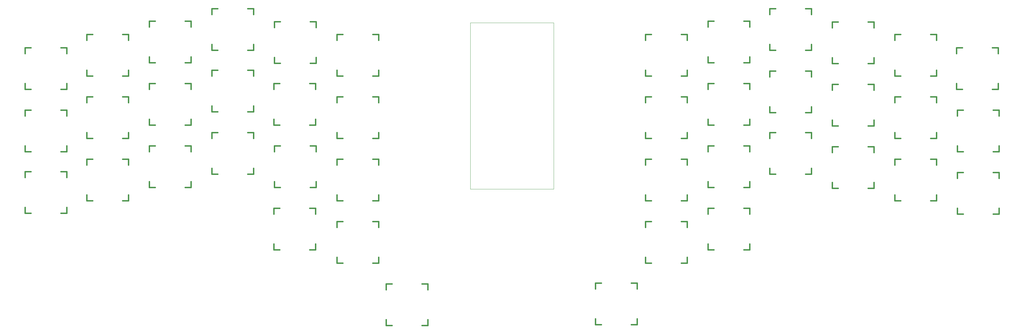
<source format=gbo>
G04 #@! TF.GenerationSoftware,KiCad,Pcbnew,5.1.2*
G04 #@! TF.CreationDate,2019-06-08T15:08:02+02:00*
G04 #@! TF.ProjectId,pcb,7063622e-6b69-4636-9164-5f7063625858,rev?*
G04 #@! TF.SameCoordinates,Original*
G04 #@! TF.FileFunction,Legend,Bot*
G04 #@! TF.FilePolarity,Positive*
%FSLAX46Y46*%
G04 Gerber Fmt 4.6, Leading zero omitted, Abs format (unit mm)*
G04 Created by KiCad (PCBNEW 5.1.2) date 2019-06-08 15:08:02*
%MOMM*%
%LPD*%
G04 APERTURE LIST*
%ADD10C,0.120000*%
%ADD11C,0.381000*%
G04 APERTURE END LIST*
D10*
X148590000Y-111760000D02*
X148590000Y-60960000D01*
X173990000Y-111760000D02*
X148590000Y-111760000D01*
X173990000Y-60960000D02*
X173990000Y-111760000D01*
X148590000Y-60960000D02*
X173990000Y-60960000D01*
D11*
X214630000Y-66294000D02*
X214630000Y-64516000D01*
X214630000Y-77216000D02*
X214630000Y-75438000D01*
X212852000Y-77216000D02*
X214630000Y-77216000D01*
X201930000Y-77216000D02*
X203708000Y-77216000D01*
X201930000Y-75438000D02*
X201930000Y-77216000D01*
X201930000Y-64516000D02*
X201930000Y-66294000D01*
X203708000Y-64516000D02*
X201930000Y-64516000D01*
X214630000Y-64516000D02*
X212852000Y-64516000D01*
X309626000Y-108458000D02*
X309626000Y-106680000D01*
X309626000Y-119380000D02*
X309626000Y-117602000D01*
X307848000Y-119380000D02*
X309626000Y-119380000D01*
X296926000Y-119380000D02*
X298704000Y-119380000D01*
X296926000Y-117602000D02*
X296926000Y-119380000D01*
X296926000Y-106680000D02*
X296926000Y-108458000D01*
X298704000Y-106680000D02*
X296926000Y-106680000D01*
X309626000Y-106680000D02*
X307848000Y-106680000D01*
X135636000Y-142494000D02*
X135636000Y-140716000D01*
X135636000Y-153416000D02*
X135636000Y-151638000D01*
X133858000Y-153416000D02*
X135636000Y-153416000D01*
X122936000Y-153416000D02*
X124714000Y-153416000D01*
X122936000Y-151638000D02*
X122936000Y-153416000D01*
X122936000Y-140716000D02*
X122936000Y-142494000D01*
X124714000Y-140716000D02*
X122936000Y-140716000D01*
X135636000Y-140716000D02*
X133858000Y-140716000D01*
X309372000Y-70358000D02*
X309372000Y-68580000D01*
X309372000Y-81280000D02*
X309372000Y-79502000D01*
X307594000Y-81280000D02*
X309372000Y-81280000D01*
X296672000Y-81280000D02*
X298450000Y-81280000D01*
X296672000Y-79502000D02*
X296672000Y-81280000D01*
X296672000Y-68580000D02*
X296672000Y-70358000D01*
X298450000Y-68580000D02*
X296672000Y-68580000D01*
X309372000Y-68580000D02*
X307594000Y-68580000D01*
X290576000Y-66294000D02*
X290576000Y-64516000D01*
X290576000Y-77216000D02*
X290576000Y-75438000D01*
X288798000Y-77216000D02*
X290576000Y-77216000D01*
X277876000Y-77216000D02*
X279654000Y-77216000D01*
X277876000Y-75438000D02*
X277876000Y-77216000D01*
X277876000Y-64516000D02*
X277876000Y-66294000D01*
X279654000Y-64516000D02*
X277876000Y-64516000D01*
X290576000Y-64516000D02*
X288798000Y-64516000D01*
X271526000Y-62484000D02*
X271526000Y-60706000D01*
X271526000Y-73406000D02*
X271526000Y-71628000D01*
X269748000Y-73406000D02*
X271526000Y-73406000D01*
X258826000Y-73406000D02*
X260604000Y-73406000D01*
X258826000Y-71628000D02*
X258826000Y-73406000D01*
X258826000Y-60706000D02*
X258826000Y-62484000D01*
X260604000Y-60706000D02*
X258826000Y-60706000D01*
X271526000Y-60706000D02*
X269748000Y-60706000D01*
X252476000Y-58420000D02*
X252476000Y-56642000D01*
X252476000Y-69342000D02*
X252476000Y-67564000D01*
X250698000Y-69342000D02*
X252476000Y-69342000D01*
X239776000Y-69342000D02*
X241554000Y-69342000D01*
X239776000Y-67564000D02*
X239776000Y-69342000D01*
X239776000Y-56642000D02*
X239776000Y-58420000D01*
X241554000Y-56642000D02*
X239776000Y-56642000D01*
X252476000Y-56642000D02*
X250698000Y-56642000D01*
X233680000Y-62230000D02*
X233680000Y-60452000D01*
X233680000Y-73152000D02*
X233680000Y-71374000D01*
X231902000Y-73152000D02*
X233680000Y-73152000D01*
X220980000Y-73152000D02*
X222758000Y-73152000D01*
X220980000Y-71374000D02*
X220980000Y-73152000D01*
X220980000Y-60452000D02*
X220980000Y-62230000D01*
X222758000Y-60452000D02*
X220980000Y-60452000D01*
X233680000Y-60452000D02*
X231902000Y-60452000D01*
X120650000Y-66294000D02*
X120650000Y-64516000D01*
X120650000Y-77216000D02*
X120650000Y-75438000D01*
X118872000Y-77216000D02*
X120650000Y-77216000D01*
X107950000Y-77216000D02*
X109728000Y-77216000D01*
X107950000Y-75438000D02*
X107950000Y-77216000D01*
X107950000Y-64516000D02*
X107950000Y-66294000D01*
X109728000Y-64516000D02*
X107950000Y-64516000D01*
X120650000Y-64516000D02*
X118872000Y-64516000D01*
X101600000Y-62357000D02*
X101600000Y-60579000D01*
X101600000Y-73279000D02*
X101600000Y-71501000D01*
X99822000Y-73279000D02*
X101600000Y-73279000D01*
X88900000Y-73279000D02*
X90678000Y-73279000D01*
X88900000Y-71501000D02*
X88900000Y-73279000D01*
X88900000Y-60579000D02*
X88900000Y-62357000D01*
X90678000Y-60579000D02*
X88900000Y-60579000D01*
X101600000Y-60579000D02*
X99822000Y-60579000D01*
X82550000Y-58420000D02*
X82550000Y-56642000D01*
X82550000Y-69342000D02*
X82550000Y-67564000D01*
X80772000Y-69342000D02*
X82550000Y-69342000D01*
X69850000Y-69342000D02*
X71628000Y-69342000D01*
X69850000Y-67564000D02*
X69850000Y-69342000D01*
X69850000Y-56642000D02*
X69850000Y-58420000D01*
X71628000Y-56642000D02*
X69850000Y-56642000D01*
X82550000Y-56642000D02*
X80772000Y-56642000D01*
X63500000Y-62230000D02*
X63500000Y-60452000D01*
X63500000Y-73152000D02*
X63500000Y-71374000D01*
X61722000Y-73152000D02*
X63500000Y-73152000D01*
X50800000Y-73152000D02*
X52578000Y-73152000D01*
X50800000Y-71374000D02*
X50800000Y-73152000D01*
X50800000Y-60452000D02*
X50800000Y-62230000D01*
X52578000Y-60452000D02*
X50800000Y-60452000D01*
X63500000Y-60452000D02*
X61722000Y-60452000D01*
X309626000Y-89408000D02*
X309626000Y-87630000D01*
X309626000Y-100330000D02*
X309626000Y-98552000D01*
X307848000Y-100330000D02*
X309626000Y-100330000D01*
X296926000Y-100330000D02*
X298704000Y-100330000D01*
X296926000Y-98552000D02*
X296926000Y-100330000D01*
X296926000Y-87630000D02*
X296926000Y-89408000D01*
X298704000Y-87630000D02*
X296926000Y-87630000D01*
X309626000Y-87630000D02*
X307848000Y-87630000D01*
X290576000Y-85344000D02*
X290576000Y-83566000D01*
X290576000Y-96266000D02*
X290576000Y-94488000D01*
X288798000Y-96266000D02*
X290576000Y-96266000D01*
X277876000Y-96266000D02*
X279654000Y-96266000D01*
X277876000Y-94488000D02*
X277876000Y-96266000D01*
X277876000Y-83566000D02*
X277876000Y-85344000D01*
X279654000Y-83566000D02*
X277876000Y-83566000D01*
X290576000Y-83566000D02*
X288798000Y-83566000D01*
X271526000Y-81534000D02*
X271526000Y-79756000D01*
X271526000Y-92456000D02*
X271526000Y-90678000D01*
X269748000Y-92456000D02*
X271526000Y-92456000D01*
X258826000Y-92456000D02*
X260604000Y-92456000D01*
X258826000Y-90678000D02*
X258826000Y-92456000D01*
X258826000Y-79756000D02*
X258826000Y-81534000D01*
X260604000Y-79756000D02*
X258826000Y-79756000D01*
X271526000Y-79756000D02*
X269748000Y-79756000D01*
X252476000Y-77470000D02*
X252476000Y-75692000D01*
X252476000Y-88392000D02*
X252476000Y-86614000D01*
X250698000Y-88392000D02*
X252476000Y-88392000D01*
X239776000Y-88392000D02*
X241554000Y-88392000D01*
X239776000Y-86614000D02*
X239776000Y-88392000D01*
X239776000Y-75692000D02*
X239776000Y-77470000D01*
X241554000Y-75692000D02*
X239776000Y-75692000D01*
X252476000Y-75692000D02*
X250698000Y-75692000D01*
X233680000Y-81280000D02*
X233680000Y-79502000D01*
X233680000Y-92202000D02*
X233680000Y-90424000D01*
X231902000Y-92202000D02*
X233680000Y-92202000D01*
X220980000Y-92202000D02*
X222758000Y-92202000D01*
X220980000Y-90424000D02*
X220980000Y-92202000D01*
X220980000Y-79502000D02*
X220980000Y-81280000D01*
X222758000Y-79502000D02*
X220980000Y-79502000D01*
X233680000Y-79502000D02*
X231902000Y-79502000D01*
X214630000Y-85344000D02*
X214630000Y-83566000D01*
X214630000Y-96266000D02*
X214630000Y-94488000D01*
X212852000Y-96266000D02*
X214630000Y-96266000D01*
X201930000Y-96266000D02*
X203708000Y-96266000D01*
X201930000Y-94488000D02*
X201930000Y-96266000D01*
X201930000Y-83566000D02*
X201930000Y-85344000D01*
X203708000Y-83566000D02*
X201930000Y-83566000D01*
X214630000Y-83566000D02*
X212852000Y-83566000D01*
X120650000Y-85344000D02*
X120650000Y-83566000D01*
X120650000Y-96266000D02*
X120650000Y-94488000D01*
X118872000Y-96266000D02*
X120650000Y-96266000D01*
X107950000Y-96266000D02*
X109728000Y-96266000D01*
X107950000Y-94488000D02*
X107950000Y-96266000D01*
X107950000Y-83566000D02*
X107950000Y-85344000D01*
X109728000Y-83566000D02*
X107950000Y-83566000D01*
X120650000Y-83566000D02*
X118872000Y-83566000D01*
X101473000Y-81280000D02*
X101473000Y-79502000D01*
X101473000Y-92202000D02*
X101473000Y-90424000D01*
X99695000Y-92202000D02*
X101473000Y-92202000D01*
X88773000Y-92202000D02*
X90551000Y-92202000D01*
X88773000Y-90424000D02*
X88773000Y-92202000D01*
X88773000Y-79502000D02*
X88773000Y-81280000D01*
X90551000Y-79502000D02*
X88773000Y-79502000D01*
X101473000Y-79502000D02*
X99695000Y-79502000D01*
X82550000Y-77216000D02*
X82550000Y-75438000D01*
X82550000Y-88138000D02*
X82550000Y-86360000D01*
X80772000Y-88138000D02*
X82550000Y-88138000D01*
X69850000Y-88138000D02*
X71628000Y-88138000D01*
X69850000Y-86360000D02*
X69850000Y-88138000D01*
X69850000Y-75438000D02*
X69850000Y-77216000D01*
X71628000Y-75438000D02*
X69850000Y-75438000D01*
X82550000Y-75438000D02*
X80772000Y-75438000D01*
X63500000Y-81280000D02*
X63500000Y-79502000D01*
X63500000Y-92202000D02*
X63500000Y-90424000D01*
X61722000Y-92202000D02*
X63500000Y-92202000D01*
X50800000Y-92202000D02*
X52578000Y-92202000D01*
X50800000Y-90424000D02*
X50800000Y-92202000D01*
X50800000Y-79502000D02*
X50800000Y-81280000D01*
X52578000Y-79502000D02*
X50800000Y-79502000D01*
X63500000Y-79502000D02*
X61722000Y-79502000D01*
X290576000Y-104394000D02*
X290576000Y-102616000D01*
X290576000Y-115316000D02*
X290576000Y-113538000D01*
X288798000Y-115316000D02*
X290576000Y-115316000D01*
X277876000Y-115316000D02*
X279654000Y-115316000D01*
X277876000Y-113538000D02*
X277876000Y-115316000D01*
X277876000Y-102616000D02*
X277876000Y-104394000D01*
X279654000Y-102616000D02*
X277876000Y-102616000D01*
X290576000Y-102616000D02*
X288798000Y-102616000D01*
X271526000Y-100584000D02*
X271526000Y-98806000D01*
X271526000Y-111506000D02*
X271526000Y-109728000D01*
X269748000Y-111506000D02*
X271526000Y-111506000D01*
X258826000Y-111506000D02*
X260604000Y-111506000D01*
X258826000Y-109728000D02*
X258826000Y-111506000D01*
X258826000Y-98806000D02*
X258826000Y-100584000D01*
X260604000Y-98806000D02*
X258826000Y-98806000D01*
X271526000Y-98806000D02*
X269748000Y-98806000D01*
X252476000Y-96266000D02*
X252476000Y-94488000D01*
X252476000Y-107188000D02*
X252476000Y-105410000D01*
X250698000Y-107188000D02*
X252476000Y-107188000D01*
X239776000Y-107188000D02*
X241554000Y-107188000D01*
X239776000Y-105410000D02*
X239776000Y-107188000D01*
X239776000Y-94488000D02*
X239776000Y-96266000D01*
X241554000Y-94488000D02*
X239776000Y-94488000D01*
X252476000Y-94488000D02*
X250698000Y-94488000D01*
X233680000Y-100330000D02*
X233680000Y-98552000D01*
X233680000Y-111252000D02*
X233680000Y-109474000D01*
X231902000Y-111252000D02*
X233680000Y-111252000D01*
X220980000Y-111252000D02*
X222758000Y-111252000D01*
X220980000Y-109474000D02*
X220980000Y-111252000D01*
X220980000Y-98552000D02*
X220980000Y-100330000D01*
X222758000Y-98552000D02*
X220980000Y-98552000D01*
X233680000Y-98552000D02*
X231902000Y-98552000D01*
X214630000Y-104394000D02*
X214630000Y-102616000D01*
X214630000Y-115316000D02*
X214630000Y-113538000D01*
X212852000Y-115316000D02*
X214630000Y-115316000D01*
X201930000Y-115316000D02*
X203708000Y-115316000D01*
X201930000Y-113538000D02*
X201930000Y-115316000D01*
X201930000Y-102616000D02*
X201930000Y-104394000D01*
X203708000Y-102616000D02*
X201930000Y-102616000D01*
X214630000Y-102616000D02*
X212852000Y-102616000D01*
X120650000Y-104394000D02*
X120650000Y-102616000D01*
X120650000Y-115316000D02*
X120650000Y-113538000D01*
X118872000Y-115316000D02*
X120650000Y-115316000D01*
X107950000Y-115316000D02*
X109728000Y-115316000D01*
X107950000Y-113538000D02*
X107950000Y-115316000D01*
X107950000Y-102616000D02*
X107950000Y-104394000D01*
X109728000Y-102616000D02*
X107950000Y-102616000D01*
X120650000Y-102616000D02*
X118872000Y-102616000D01*
X101600000Y-100330000D02*
X101600000Y-98552000D01*
X101600000Y-111252000D02*
X101600000Y-109474000D01*
X99822000Y-111252000D02*
X101600000Y-111252000D01*
X88900000Y-111252000D02*
X90678000Y-111252000D01*
X88900000Y-109474000D02*
X88900000Y-111252000D01*
X88900000Y-98552000D02*
X88900000Y-100330000D01*
X90678000Y-98552000D02*
X88900000Y-98552000D01*
X101600000Y-98552000D02*
X99822000Y-98552000D01*
X82550000Y-96266000D02*
X82550000Y-94488000D01*
X82550000Y-107188000D02*
X82550000Y-105410000D01*
X80772000Y-107188000D02*
X82550000Y-107188000D01*
X69850000Y-107188000D02*
X71628000Y-107188000D01*
X69850000Y-105410000D02*
X69850000Y-107188000D01*
X69850000Y-94488000D02*
X69850000Y-96266000D01*
X71628000Y-94488000D02*
X69850000Y-94488000D01*
X82550000Y-94488000D02*
X80772000Y-94488000D01*
X63500000Y-100330000D02*
X63500000Y-98552000D01*
X63500000Y-111252000D02*
X63500000Y-109474000D01*
X61722000Y-111252000D02*
X63500000Y-111252000D01*
X50800000Y-111252000D02*
X52578000Y-111252000D01*
X50800000Y-109474000D02*
X50800000Y-111252000D01*
X50800000Y-98552000D02*
X50800000Y-100330000D01*
X52578000Y-98552000D02*
X50800000Y-98552000D01*
X63500000Y-98552000D02*
X61722000Y-98552000D01*
X233680000Y-119380000D02*
X233680000Y-117602000D01*
X233680000Y-130302000D02*
X233680000Y-128524000D01*
X231902000Y-130302000D02*
X233680000Y-130302000D01*
X220980000Y-130302000D02*
X222758000Y-130302000D01*
X220980000Y-128524000D02*
X220980000Y-130302000D01*
X220980000Y-117602000D02*
X220980000Y-119380000D01*
X222758000Y-117602000D02*
X220980000Y-117602000D01*
X233680000Y-117602000D02*
X231902000Y-117602000D01*
X214630000Y-123444000D02*
X214630000Y-121666000D01*
X214630000Y-134366000D02*
X214630000Y-132588000D01*
X212852000Y-134366000D02*
X214630000Y-134366000D01*
X201930000Y-134366000D02*
X203708000Y-134366000D01*
X201930000Y-132588000D02*
X201930000Y-134366000D01*
X201930000Y-121666000D02*
X201930000Y-123444000D01*
X203708000Y-121666000D02*
X201930000Y-121666000D01*
X214630000Y-121666000D02*
X212852000Y-121666000D01*
X199390000Y-142240000D02*
X199390000Y-140462000D01*
X199390000Y-153162000D02*
X199390000Y-151384000D01*
X197612000Y-153162000D02*
X199390000Y-153162000D01*
X186690000Y-153162000D02*
X188468000Y-153162000D01*
X186690000Y-151384000D02*
X186690000Y-153162000D01*
X186690000Y-140462000D02*
X186690000Y-142240000D01*
X188468000Y-140462000D02*
X186690000Y-140462000D01*
X199390000Y-140462000D02*
X197612000Y-140462000D01*
X120650000Y-123444000D02*
X120650000Y-121666000D01*
X120650000Y-134366000D02*
X120650000Y-132588000D01*
X118872000Y-134366000D02*
X120650000Y-134366000D01*
X107950000Y-134366000D02*
X109728000Y-134366000D01*
X107950000Y-132588000D02*
X107950000Y-134366000D01*
X107950000Y-121666000D02*
X107950000Y-123444000D01*
X109728000Y-121666000D02*
X107950000Y-121666000D01*
X120650000Y-121666000D02*
X118872000Y-121666000D01*
X101473000Y-119380000D02*
X101473000Y-117602000D01*
X101473000Y-130302000D02*
X101473000Y-128524000D01*
X99695000Y-130302000D02*
X101473000Y-130302000D01*
X88773000Y-130302000D02*
X90551000Y-130302000D01*
X88773000Y-128524000D02*
X88773000Y-130302000D01*
X88773000Y-117602000D02*
X88773000Y-119380000D01*
X90551000Y-117602000D02*
X88773000Y-117602000D01*
X101473000Y-117602000D02*
X99695000Y-117602000D01*
X44450000Y-66294000D02*
X44450000Y-64516000D01*
X44450000Y-77216000D02*
X44450000Y-75438000D01*
X42672000Y-77216000D02*
X44450000Y-77216000D01*
X31750000Y-77216000D02*
X33528000Y-77216000D01*
X31750000Y-75438000D02*
X31750000Y-77216000D01*
X31750000Y-64516000D02*
X31750000Y-66294000D01*
X33528000Y-64516000D02*
X31750000Y-64516000D01*
X44450000Y-64516000D02*
X42672000Y-64516000D01*
X25654000Y-70358000D02*
X25654000Y-68580000D01*
X25654000Y-81280000D02*
X25654000Y-79502000D01*
X23876000Y-81280000D02*
X25654000Y-81280000D01*
X12954000Y-81280000D02*
X14732000Y-81280000D01*
X12954000Y-79502000D02*
X12954000Y-81280000D01*
X12954000Y-68580000D02*
X12954000Y-70358000D01*
X14732000Y-68580000D02*
X12954000Y-68580000D01*
X25654000Y-68580000D02*
X23876000Y-68580000D01*
X44450000Y-85344000D02*
X44450000Y-83566000D01*
X44450000Y-96266000D02*
X44450000Y-94488000D01*
X42672000Y-96266000D02*
X44450000Y-96266000D01*
X31750000Y-96266000D02*
X33528000Y-96266000D01*
X31750000Y-94488000D02*
X31750000Y-96266000D01*
X31750000Y-83566000D02*
X31750000Y-85344000D01*
X33528000Y-83566000D02*
X31750000Y-83566000D01*
X44450000Y-83566000D02*
X42672000Y-83566000D01*
X25654000Y-89408000D02*
X25654000Y-87630000D01*
X25654000Y-100330000D02*
X25654000Y-98552000D01*
X23876000Y-100330000D02*
X25654000Y-100330000D01*
X12954000Y-100330000D02*
X14732000Y-100330000D01*
X12954000Y-98552000D02*
X12954000Y-100330000D01*
X12954000Y-87630000D02*
X12954000Y-89408000D01*
X14732000Y-87630000D02*
X12954000Y-87630000D01*
X25654000Y-87630000D02*
X23876000Y-87630000D01*
X44450000Y-104394000D02*
X44450000Y-102616000D01*
X44450000Y-115316000D02*
X44450000Y-113538000D01*
X42672000Y-115316000D02*
X44450000Y-115316000D01*
X31750000Y-115316000D02*
X33528000Y-115316000D01*
X31750000Y-113538000D02*
X31750000Y-115316000D01*
X31750000Y-102616000D02*
X31750000Y-104394000D01*
X33528000Y-102616000D02*
X31750000Y-102616000D01*
X44450000Y-102616000D02*
X42672000Y-102616000D01*
X25654000Y-108204000D02*
X25654000Y-106426000D01*
X25654000Y-119126000D02*
X25654000Y-117348000D01*
X23876000Y-119126000D02*
X25654000Y-119126000D01*
X12954000Y-119126000D02*
X14732000Y-119126000D01*
X12954000Y-117348000D02*
X12954000Y-119126000D01*
X12954000Y-106426000D02*
X12954000Y-108204000D01*
X14732000Y-106426000D02*
X12954000Y-106426000D01*
X25654000Y-106426000D02*
X23876000Y-106426000D01*
M02*

</source>
